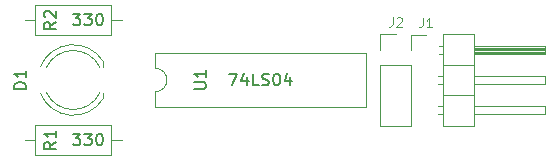
<source format=gto>
G04 #@! TF.GenerationSoftware,KiCad,Pcbnew,(5.1.5)-3*
G04 #@! TF.CreationDate,2020-10-17T23:47:23+02:00*
G04 #@! TF.ProjectId,C64 IRQ LED,43363420-4952-4512-904c-45442e6b6963,rev?*
G04 #@! TF.SameCoordinates,Original*
G04 #@! TF.FileFunction,Legend,Top*
G04 #@! TF.FilePolarity,Positive*
%FSLAX46Y46*%
G04 Gerber Fmt 4.6, Leading zero omitted, Abs format (unit mm)*
G04 Created by KiCad (PCBNEW (5.1.5)-3) date 2020-10-17 23:47:23*
%MOMM*%
%LPD*%
G04 APERTURE LIST*
%ADD10C,0.120000*%
%ADD11C,0.150000*%
%ADD12C,0.100000*%
G04 APERTURE END LIST*
D10*
X121305000Y-113855000D02*
X121305000Y-113390000D01*
X121305000Y-116480000D02*
X121305000Y-116015000D01*
X116490521Y-113854571D02*
G75*
G02X120999684Y-113855000I2254479J-1080429D01*
G01*
X116490521Y-116015429D02*
G75*
G03X120999684Y-116015000I2254479J1080429D01*
G01*
X115957185Y-113854173D02*
G75*
G02X121305000Y-113390170I2787815J-1080827D01*
G01*
X115957185Y-116015827D02*
G75*
G03X121305000Y-116479830I2787815J1080827D01*
G01*
X147320000Y-111125000D02*
X148590000Y-111125000D01*
X147320000Y-112395000D02*
X147320000Y-111125000D01*
X149632929Y-117855000D02*
X150030000Y-117855000D01*
X149632929Y-117095000D02*
X150030000Y-117095000D01*
X158690000Y-117855000D02*
X152690000Y-117855000D01*
X158690000Y-117095000D02*
X158690000Y-117855000D01*
X152690000Y-117095000D02*
X158690000Y-117095000D01*
X150030000Y-116205000D02*
X152690000Y-116205000D01*
X149632929Y-115315000D02*
X150030000Y-115315000D01*
X149632929Y-114555000D02*
X150030000Y-114555000D01*
X158690000Y-115315000D02*
X152690000Y-115315000D01*
X158690000Y-114555000D02*
X158690000Y-115315000D01*
X152690000Y-114555000D02*
X158690000Y-114555000D01*
X150030000Y-113665000D02*
X152690000Y-113665000D01*
X149700000Y-112775000D02*
X150030000Y-112775000D01*
X149700000Y-112015000D02*
X150030000Y-112015000D01*
X152690000Y-112675000D02*
X158690000Y-112675000D01*
X152690000Y-112555000D02*
X158690000Y-112555000D01*
X152690000Y-112435000D02*
X158690000Y-112435000D01*
X152690000Y-112315000D02*
X158690000Y-112315000D01*
X152690000Y-112195000D02*
X158690000Y-112195000D01*
X152690000Y-112075000D02*
X158690000Y-112075000D01*
X158690000Y-112775000D02*
X152690000Y-112775000D01*
X158690000Y-112015000D02*
X158690000Y-112775000D01*
X152690000Y-112015000D02*
X158690000Y-112015000D01*
X152690000Y-111065000D02*
X150030000Y-111065000D01*
X152690000Y-118805000D02*
X152690000Y-111065000D01*
X150030000Y-118805000D02*
X152690000Y-118805000D01*
X150030000Y-111065000D02*
X150030000Y-118805000D01*
X114645000Y-120015000D02*
X115535000Y-120015000D01*
X122845000Y-120015000D02*
X121955000Y-120015000D01*
X115535000Y-121325000D02*
X121955000Y-121325000D01*
X115535000Y-118705000D02*
X115535000Y-121325000D01*
X121955000Y-118705000D02*
X115535000Y-118705000D01*
X121955000Y-121325000D02*
X121955000Y-118705000D01*
X121955000Y-111165000D02*
X121955000Y-108545000D01*
X121955000Y-108545000D02*
X115535000Y-108545000D01*
X115535000Y-108545000D02*
X115535000Y-111165000D01*
X115535000Y-111165000D02*
X121955000Y-111165000D01*
X122845000Y-109855000D02*
X121955000Y-109855000D01*
X114645000Y-109855000D02*
X115535000Y-109855000D01*
X125670000Y-112685000D02*
X125670000Y-113935000D01*
X143570000Y-112685000D02*
X125670000Y-112685000D01*
X143570000Y-117185000D02*
X143570000Y-112685000D01*
X125670000Y-117185000D02*
X143570000Y-117185000D01*
X125670000Y-115935000D02*
X125670000Y-117185000D01*
X125670000Y-113935000D02*
G75*
G02X125670000Y-115935000I0J-1000000D01*
G01*
X144720000Y-111065000D02*
X146050000Y-111065000D01*
X144720000Y-112395000D02*
X144720000Y-111065000D01*
X144720000Y-113665000D02*
X147380000Y-113665000D01*
X147380000Y-113665000D02*
X147380000Y-118805000D01*
X144720000Y-113665000D02*
X144720000Y-118805000D01*
X144720000Y-118805000D02*
X147380000Y-118805000D01*
D11*
X114752380Y-115673095D02*
X113752380Y-115673095D01*
X113752380Y-115435000D01*
X113800000Y-115292142D01*
X113895238Y-115196904D01*
X113990476Y-115149285D01*
X114180952Y-115101666D01*
X114323809Y-115101666D01*
X114514285Y-115149285D01*
X114609523Y-115196904D01*
X114704761Y-115292142D01*
X114752380Y-115435000D01*
X114752380Y-115673095D01*
X114752380Y-114149285D02*
X114752380Y-114720714D01*
X114752380Y-114435000D02*
X113752380Y-114435000D01*
X113895238Y-114530238D01*
X113990476Y-114625476D01*
X114038095Y-114720714D01*
D12*
X148323333Y-109686904D02*
X148323333Y-110258333D01*
X148285238Y-110372619D01*
X148209047Y-110448809D01*
X148094761Y-110486904D01*
X148018571Y-110486904D01*
X149123333Y-110486904D02*
X148666190Y-110486904D01*
X148894761Y-110486904D02*
X148894761Y-109686904D01*
X148818571Y-109801190D01*
X148742380Y-109877380D01*
X148666190Y-109915476D01*
D11*
X117292380Y-120181666D02*
X116816190Y-120515000D01*
X117292380Y-120753095D02*
X116292380Y-120753095D01*
X116292380Y-120372142D01*
X116340000Y-120276904D01*
X116387619Y-120229285D01*
X116482857Y-120181666D01*
X116625714Y-120181666D01*
X116720952Y-120229285D01*
X116768571Y-120276904D01*
X116816190Y-120372142D01*
X116816190Y-120753095D01*
X117292380Y-119229285D02*
X117292380Y-119800714D01*
X117292380Y-119515000D02*
X116292380Y-119515000D01*
X116435238Y-119610238D01*
X116530476Y-119705476D01*
X116578095Y-119800714D01*
X118729285Y-119467380D02*
X119348333Y-119467380D01*
X119015000Y-119848333D01*
X119157857Y-119848333D01*
X119253095Y-119895952D01*
X119300714Y-119943571D01*
X119348333Y-120038809D01*
X119348333Y-120276904D01*
X119300714Y-120372142D01*
X119253095Y-120419761D01*
X119157857Y-120467380D01*
X118872142Y-120467380D01*
X118776904Y-120419761D01*
X118729285Y-120372142D01*
X119681666Y-119467380D02*
X120300714Y-119467380D01*
X119967380Y-119848333D01*
X120110238Y-119848333D01*
X120205476Y-119895952D01*
X120253095Y-119943571D01*
X120300714Y-120038809D01*
X120300714Y-120276904D01*
X120253095Y-120372142D01*
X120205476Y-120419761D01*
X120110238Y-120467380D01*
X119824523Y-120467380D01*
X119729285Y-120419761D01*
X119681666Y-120372142D01*
X120919761Y-119467380D02*
X121015000Y-119467380D01*
X121110238Y-119515000D01*
X121157857Y-119562619D01*
X121205476Y-119657857D01*
X121253095Y-119848333D01*
X121253095Y-120086428D01*
X121205476Y-120276904D01*
X121157857Y-120372142D01*
X121110238Y-120419761D01*
X121015000Y-120467380D01*
X120919761Y-120467380D01*
X120824523Y-120419761D01*
X120776904Y-120372142D01*
X120729285Y-120276904D01*
X120681666Y-120086428D01*
X120681666Y-119848333D01*
X120729285Y-119657857D01*
X120776904Y-119562619D01*
X120824523Y-119515000D01*
X120919761Y-119467380D01*
X117292380Y-110021666D02*
X116816190Y-110355000D01*
X117292380Y-110593095D02*
X116292380Y-110593095D01*
X116292380Y-110212142D01*
X116340000Y-110116904D01*
X116387619Y-110069285D01*
X116482857Y-110021666D01*
X116625714Y-110021666D01*
X116720952Y-110069285D01*
X116768571Y-110116904D01*
X116816190Y-110212142D01*
X116816190Y-110593095D01*
X116387619Y-109640714D02*
X116340000Y-109593095D01*
X116292380Y-109497857D01*
X116292380Y-109259761D01*
X116340000Y-109164523D01*
X116387619Y-109116904D01*
X116482857Y-109069285D01*
X116578095Y-109069285D01*
X116720952Y-109116904D01*
X117292380Y-109688333D01*
X117292380Y-109069285D01*
X118729285Y-109307380D02*
X119348333Y-109307380D01*
X119015000Y-109688333D01*
X119157857Y-109688333D01*
X119253095Y-109735952D01*
X119300714Y-109783571D01*
X119348333Y-109878809D01*
X119348333Y-110116904D01*
X119300714Y-110212142D01*
X119253095Y-110259761D01*
X119157857Y-110307380D01*
X118872142Y-110307380D01*
X118776904Y-110259761D01*
X118729285Y-110212142D01*
X119681666Y-109307380D02*
X120300714Y-109307380D01*
X119967380Y-109688333D01*
X120110238Y-109688333D01*
X120205476Y-109735952D01*
X120253095Y-109783571D01*
X120300714Y-109878809D01*
X120300714Y-110116904D01*
X120253095Y-110212142D01*
X120205476Y-110259761D01*
X120110238Y-110307380D01*
X119824523Y-110307380D01*
X119729285Y-110259761D01*
X119681666Y-110212142D01*
X120919761Y-109307380D02*
X121015000Y-109307380D01*
X121110238Y-109355000D01*
X121157857Y-109402619D01*
X121205476Y-109497857D01*
X121253095Y-109688333D01*
X121253095Y-109926428D01*
X121205476Y-110116904D01*
X121157857Y-110212142D01*
X121110238Y-110259761D01*
X121015000Y-110307380D01*
X120919761Y-110307380D01*
X120824523Y-110259761D01*
X120776904Y-110212142D01*
X120729285Y-110116904D01*
X120681666Y-109926428D01*
X120681666Y-109688333D01*
X120729285Y-109497857D01*
X120776904Y-109402619D01*
X120824523Y-109355000D01*
X120919761Y-109307380D01*
X128992380Y-115696904D02*
X129801904Y-115696904D01*
X129897142Y-115649285D01*
X129944761Y-115601666D01*
X129992380Y-115506428D01*
X129992380Y-115315952D01*
X129944761Y-115220714D01*
X129897142Y-115173095D01*
X129801904Y-115125476D01*
X128992380Y-115125476D01*
X129992380Y-114125476D02*
X129992380Y-114696904D01*
X129992380Y-114411190D02*
X128992380Y-114411190D01*
X129135238Y-114506428D01*
X129230476Y-114601666D01*
X129278095Y-114696904D01*
X131977142Y-114387380D02*
X132643809Y-114387380D01*
X132215238Y-115387380D01*
X133453333Y-114720714D02*
X133453333Y-115387380D01*
X133215238Y-114339761D02*
X132977142Y-115054047D01*
X133596190Y-115054047D01*
X134453333Y-115387380D02*
X133977142Y-115387380D01*
X133977142Y-114387380D01*
X134739047Y-115339761D02*
X134881904Y-115387380D01*
X135120000Y-115387380D01*
X135215238Y-115339761D01*
X135262857Y-115292142D01*
X135310476Y-115196904D01*
X135310476Y-115101666D01*
X135262857Y-115006428D01*
X135215238Y-114958809D01*
X135120000Y-114911190D01*
X134929523Y-114863571D01*
X134834285Y-114815952D01*
X134786666Y-114768333D01*
X134739047Y-114673095D01*
X134739047Y-114577857D01*
X134786666Y-114482619D01*
X134834285Y-114435000D01*
X134929523Y-114387380D01*
X135167619Y-114387380D01*
X135310476Y-114435000D01*
X135929523Y-114387380D02*
X136024761Y-114387380D01*
X136120000Y-114435000D01*
X136167619Y-114482619D01*
X136215238Y-114577857D01*
X136262857Y-114768333D01*
X136262857Y-115006428D01*
X136215238Y-115196904D01*
X136167619Y-115292142D01*
X136120000Y-115339761D01*
X136024761Y-115387380D01*
X135929523Y-115387380D01*
X135834285Y-115339761D01*
X135786666Y-115292142D01*
X135739047Y-115196904D01*
X135691428Y-115006428D01*
X135691428Y-114768333D01*
X135739047Y-114577857D01*
X135786666Y-114482619D01*
X135834285Y-114435000D01*
X135929523Y-114387380D01*
X137120000Y-114720714D02*
X137120000Y-115387380D01*
X136881904Y-114339761D02*
X136643809Y-115054047D01*
X137262857Y-115054047D01*
D12*
X145783333Y-109626904D02*
X145783333Y-110198333D01*
X145745238Y-110312619D01*
X145669047Y-110388809D01*
X145554761Y-110426904D01*
X145478571Y-110426904D01*
X146126190Y-109703095D02*
X146164285Y-109665000D01*
X146240476Y-109626904D01*
X146430952Y-109626904D01*
X146507142Y-109665000D01*
X146545238Y-109703095D01*
X146583333Y-109779285D01*
X146583333Y-109855476D01*
X146545238Y-109969761D01*
X146088095Y-110426904D01*
X146583333Y-110426904D01*
M02*

</source>
